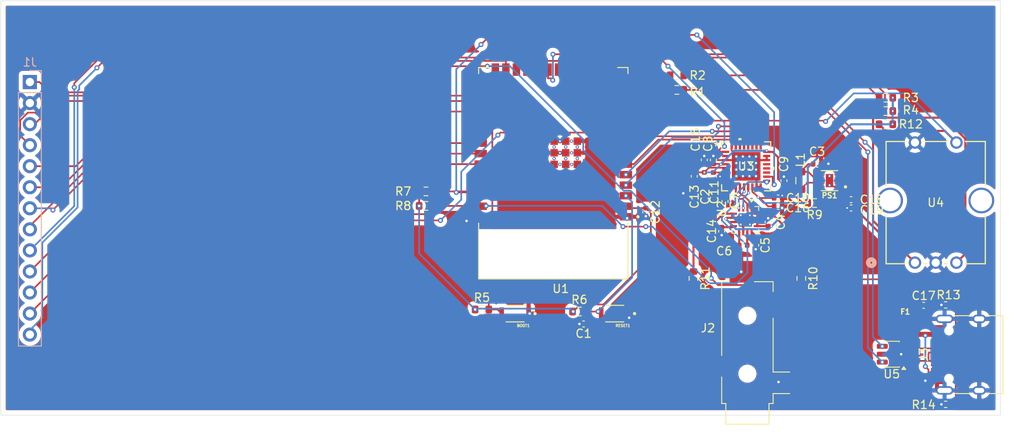
<source format=kicad_pcb>
(kicad_pcb (version 20241229) (generator "pcbnew") (generator_version "9.0")
  (layers (0 "F.Cu" signal) (2 "B.Cu" signal) (13 "F.Paste" user) (15 "B.Paste" user) (5 "F.SilkS" user "F.Silkscreen") (7 "B.SilkS" user "B.Silkscreen") (1 "F.Mask" user) (3 "B.Mask" user) (25 "Edge.Cuts" user))
  (net 0 "")
  (net 1 "DGND")
  (net 2 "5v")
  (net 3 "3.3v")
  (net 4 "Net-(U1-EN)")
  (net 5 "Net-(J3-CC2)")
  (net 7 "/RAW_D-")
  (net 9 "/RAW_D+")
  (net 10 "Net-(J3-CC1)")
  (net 11 "Net-(PS1-SW)")
  (net 12 "Net-(PS1-PG)")
  (net 13 "Net-(U1-IO0)")
  (net 14 "Net-(U1-IO19)")
  (net 15 "USB_D-")
  (net 16 "Net-(U1-IO20)")
  (net 17 "USB_D+")
  (net 18 "SDA")
  (net 19 "SCL")
  (net 20 "OUTR")
  (net 21 "OUTL")
  (net 22 "ENC_A")
  (net 23 "ENC_B")
  (net 24 "ENC_SWITCH")
  (net 25 "OUTRN")
  (net 26 "XSMT")
  (net 27 "OUTLN")
  (net 28 "OUTLP")
  (net 29 "OUTRP")
  (net 30 "SCREEN_MISO")
  (net 31 "TOUCH_INT")
  (net 32 "I2S_BCLK")
  (net 33 "SCREEN_DC")
  (net 37 "SCREEN_MOSI")
  (net 42 "I2S_LRCLK")
  (net 46 "SCREEN_RES")
  (net 48 "SCREEN_CS")
  (net 49 "I2S_MCLK")
  (net 52 "SCREEN_BL")
  (net 53 "SCREEN_SCLK")
  (net 55 "SD_CS")
  (net 56 "I2S_DOUT")
  (net 64 "Net-(U4-OUTL)")
  (net 65 "Net-(U4-OUTR)")
  (net 66 "Net-(U4-HPVDD)")
  (net 67 "Net-(U4-CPN)")
  (net 68 "Net-(U4-CPP)")
  (net 69 "Net-(U2-VNEG)")
  (net 70 "Net-(U4-HPVSS)")
  (net 71 "Net-(U2-CAPM)")
  (net 72 "Net-(U2-CAPP)")
  (net 73 "Net-(C5-Pad1)")
  (footprint "Resistor_SMD:R_0402_1005Metric" (layer "F.Cu") (at 151.9 174.2)
    (property "Reference" "R14")
    (property "Value" "5.1k")
  )
  (footprint "EVP_AWED4A:SW_EVP-AWED4A" (layer "F.Cu") (at 112 163.25 180)
    (property "Reference" "RESET1")
    (property "Value" "RESET" (hide yes))
  )
  (footprint "Capacitor_SMD:C_0402_1005Metric" (layer "F.Cu") (at 131.7 150.3)
    (property "Reference" "C16")
    (property "Value" "0.1uF")
  )
  (footprint "Capacitor_SMD:C_0402_1005Metric" (layer "F.Cu") (at 136.4 145.2)
    (property "Reference" "C3")
    (property "Value" "22uF")
  )
  (footprint "Resistor_SMD:R_0603_1608Metric" (layer "F.Cu") (at 144.7 137.19 180)
    (property "Reference" "R3")
    (property "Value" "10k")
  )
  (footprint "Capacitor_SMD:C_0402_1005Metric" (layer "F.Cu") (at 130.5 152.2 90)
    (property "Reference" "C4")
    (property "Value" "2.2uF")
  )
  (footprint "Capacitor_SMD:C_0402_1005Metric" (layer "F.Cu") (at 129 155 -90)
    (property "Reference" "C5")
    (property "Value" "2.2uF")
  )
  (footprint "Capacitor_SMD:C_0402_1005Metric" (layer "F.Cu") (at 122.81 146.68 -90)
    (property "Reference" "C2")
    (property "Value" "0.1uF")
  )
  (footprint "Capacitor_SMD:C_0402_1005Metric" (layer "F.Cu") (at 127.5 155 180)
    (property "Reference" "C6")
    (property "Value" "1uF")
  )
  (footprint "Capacitor_SMD:C_0402_1005Metric" (layer "F.Cu") (at 125.3 149.7 -90)
    (property "Reference" "C7")
    (property "Value" "2.2uF")
  )
  (footprint "EC11E:EC11E18244A5_ALPS" (layer "F.Cu") (at 148.2 157.1)
    (property "Reference" "U4")
    (property "Value" "EC11E18244A5")
  )
  (footprint "Capacitor_SMD:C_0402_1005Metric" (layer "F.Cu") (at 140.5 150.5 180)
    (property "Reference" "C19")
    (property "Value" "0.1uF")
  )
  (footprint "Capacitor_SMD:C_0402_1005Metric" (layer "F.Cu") (at 123.9 144.7 90)
    (property "Reference" "C8")
    (property "Value" "2.2uF")
  )
  (footprint "Resistor_SMD:R_0603_1608Metric" (layer "F.Cu") (at 144.7 138.8 180)
    (property "Reference" "R4")
    (property "Value" "10k")
  )
  (footprint "Resistor_SMD:R_0603_1608Metric" (layer "F.Cu") (at 136.1 149.9 180)
    (property "Reference" "R9")
    (property "Value" "100k")
  )
  (footprint "Capacitor_SMD:C_0402_1005Metric" (layer "F.Cu") (at 131.7 149.3)
    (property "Reference" "C10")
    (property "Value" "1uF")
  )
  (footprint "Connector_USB:USB_C_Receptacle_HRO_TYPE-C-31-M-12" (layer "F.Cu") (at 154.9 168.2 90)
    (property "Reference" "J3")
    (property "Value" "USB_C_Receptacle_USB2.0_16P")
  )
  (footprint "Package_TO_SOT_SMD:SOT-23-6" (layer "F.Cu") (at 145.4 168.15 180)
    (property "Reference" "U5")
    (property "Value" "USBLC6-2SC6")
  )
  (footprint "Capacitor_SMD:C_0402_1005Metric" (layer "F.Cu") (at 108.25 164.5 180)
    (property "Reference" "C1")
    (property "Value" "0.1uF")
  )
  (footprint "TPS62162DSGR:SON50P200X200X80-9N" (layer "F.Cu") (at 137.9 147.2 180)
    (property "Reference" "PS1")
    (property "Value" "TPS62162DSGR")
  )
  (footprint "Capacitor_SMD:C_0402_1005Metric" (layer "F.Cu") (at 132.4 147.2 90)
    (property "Reference" "C9")
    (property "Value" "0.1uF")
  )
  (footprint "Inductor_SMD:L_0805_2012Metric" (layer "F.Cu") (at 134.4 147.2 -90)
    (property "Reference" "L1")
    (property "Value" "2.2uH")
  )
  (footprint "Package_DFN_QFN:WQFN-16-1EP_3x3mm_P0.5mm_EP1.6x1.6mm_ThermalVias" (layer "F.Cu") (at 127.75 151.9375 -90)
    (property "Reference" "U2")
    (property "Value" "TPA6132A2RTER")
  )
  (footprint "Resistor_SMD:R_0603_1608Metric" (layer "F.Cu") (at 134.5 159 -90)
    (property "Reference" "R10")
    (property "Value" "10ohm")
  )
  (footprint "Capacitor_SMD:C_0402_1005Metric" (layer "F.Cu") (at 123.9 146.7 90)
    (property "Reference" "C11")
    (property "Value" "1uF")
  )
  (footprint "Connector_Audio:Jack_3.5mm_CUI_SJ-3524-SMT_Horizontal" (layer "F.Cu") (at 128 168 180)
    (property "Reference" "J2")
    (property "Value" "AudioJack3_Ground")
  )
  (footprint "Resistor_SMD:R_0603_1608Metric" (layer "F.Cu") (at 119.5 136.25)
    (property "Reference" "R1")
    (property "Value" "27ohm")
  )
  (footprint "Resistor_SMD:R_0603_1608Metric" (layer "F.Cu") (at 96 162.75)
    (property "Reference" "R5")
    (property "Value" "10k")
  )
  (footprint "Resistor_SMD:R_0603_1608Metric" (layer "F.Cu") (at 144.7 140.4 180)
    (property "Reference" "R12")
    (property "Value" "10k")
  )
  (footprint "EVP_AWED4A:SW_EVP-AWED4A" (layer "F.Cu") (at 100 163.25 180)
    (property "Reference" "BOOT1")
    (property "Value" "BOOT" (hide yes))
  )
  (footprint "Capacitor_SMD:C_0402_1005Metric" (layer "F.Cu") (at 115.75 151 -90)
    (property "Reference" "C12")
    (property "Value" "10uF")
  )
  (footprint "Capacitor_SMD:C_0402_1005Metric" (layer "F.Cu") (at 121.59 146.68 -90)
    (property "Reference" "C13")
    (property "Value" "2.2uF")
  )
  (footprint "Capacitor_SMD:C_0402_1005Metric" (layer "F.Cu") (at 124.9 153.3 90)
    (property "Reference" "C14")
    (property "Value" "1.1uF")
  )
  (footprint "Resistor_SMD:R_0603_1608Metric" (layer "F.Cu") (at 89.25 148.5 180)
    (property "Reference" "R7")
    (property "Value" "4.7k")
  )
  (footprint "Resistor_SMD:R_0402_1005Metric" (layer "F.Cu") (at 151.9 162.2)
    (property "Reference" "R13")
    (property "Value" "5.1k")
  )
  (footprint "Capacitor_SMD:C_0402_1005Metric" (layer "F.Cu") (at 149.25 162.25)
    (property "Reference" "C17")
    (property "Value" "0.1uF")
  )
  (footprint "Capacitor_SMD:C_0402_1005Metric" (layer "F.Cu") (at 140.5 149.5 180)
    (property "Reference" "C18")
    (property "Value" "10uF")
  )
  (footprint "PCM5242RHBR:RHB32_3P45X3P45_TEX" (layer "F.Cu") (at 127.8496 145.475)
    (property "Reference" "U3")
    (property "Value" "PCM5242RHBR")
  )
  (footprint "Resistor_SMD:R_0603_1608Metric" (layer "F.Cu") (at 107.75 163)
    (property "Reference" "R6")
    (property "Value" "10k")
  )
  (footprint "Capacitor_SMD:C_0402_1005Metric" (layer "F.Cu") (at 122.8 144.7 90)
    (property "Reference" "C15")
    (property "Value" "0.1uF")
  )
  (footprint "0603L100SLYR:FUSC1608X100N" (layer "F.Cu") (at 146.9 164.7)
    (property "Reference" "F1")
    (property "Value" "0603L100SLYR")
  )
  (footprint "ESP32_S3_WROOM_1_N4:XCVR_ESP32-S3-WROOM-1-N4" (layer "F.Cu") (at 104.6 146.3 180)
    (property "Reference" "U1")
    (property "Value" "ESP32-S3-WROOM-1-N4")
  )
  (footprint "Resistor_SMD:R_0603_1608Metric" (layer "F.Cu") (at 119.5 134.5)
    (property "Reference" "R2")
    (property "Value" "27ohm")
  )
  (footprint "Resistor_SMD:R_0603_1608Metric" (layer "F.Cu") (at 121.5 159 -90)
    (property "Reference" "R11")
    (property "Value" "10ohm")
  )
  (footprint "Resistor_SMD:R_0603_1608Metric" (layer "F.Cu") (at 89.25 150.25 180)
    (property "Reference" "R8")
    (property "Value" "4.7k")
  )
  (footprint "Connector_PinHeader_2.54mm:PinHeader_1x13_P2.54mm_Vertical" (layer "B.Cu") (at 41.5 135.3 180)
    (property "Reference" "J1")
    (property "Value" "DFR0669")
  )
  (gr_rect (start 38 125.5) (end 158.5 175.5) (stroke (width 0.05)) (fill no) (layer "Edge.Cuts"))
  (segment (start 126.313 152.188) (end 126.3125 152.1875) (width 0.2) (layer "F.Cu") (net 1))
  (segment (start 138.885 147.95) (end 138.46 147.95) (width 0.2) (layer "F.Cu") (net 1))
  (segment (start 127.5 153.375) (end 127.5 152.788) (width 0.25) (layer "F.Cu") (net 1))
  (segment (start 126.5936 152.188) (end 126.9 152.188) (width 0.25) (layer "F.Cu") (net 1))
  (segment (start 149.73 162.25) (end 151.34 162.25) (width 0.2) (layer "F.Cu") (net 1))
  (segment (start 126.099 143.565) (end 126.338 143.804) (width 0.2) (layer "F.Cu") (net 1))
  (segment (start 115.75 151.48) (end 115.75 151.5) (width 0.2) (layer "F.Cu") (net 1))
  (segment (start 127.5 152.788) (end 127.1998 152.4877) (width 0.25) (layer "F.Cu") (net 1))
  (segment (start 129.495 144.725) (end 129.457 144.688) (width 0.25) (layer "F.Cu") (net 1))
  (segment (start 140.02 149.5) (end 140.02 150.5) (width 0.2) (layer "F.Cu") (net 1))
  (segment (start 132.18 149.02) (end 132.2 149) (width 0.2) (layer "F.Cu") (net 1))
  (segment (start 126.9745 144.6) (end 126.2583 143.8838) (width 0.2) (layer "F.Cu") (net 1))
  (segment (start 113.625 163.25) (end 113.625 163.625) (width 0.2) (layer "F.Cu") (net 1))
  (segment (start 128.4746 146.1) (end 128.2433 145.8687) (width 0.2) (layer "F.Cu") (net 1))
  (segment (start 129.1 146.725) (end 128.475 146.1) (width 0.25) (layer "F.Cu") (net 1))
  (segment (start 126.5936 152.188) (end 126.313 152.188) (width 0.2) (layer "F.Cu") (net 1))
  (segment (start 128.475 146.1) (end 128.4746 146.1) (width 0.2) (layer "F.Cu") (net 1))
  (segment (start 126.099 143.2425) (end 126.0992 143.2423) (width 0.2) (layer "F.Cu") (net 1))
  (segment (start 125.375 144.725) (end 126.4998 144.725) (width 0.25) (layer "F.Cu") (net 1))
  (segment (start 130.5 151.72) (end 130.5 151.739) (width 0.2) (layer "F.Cu") (net 1))
  (segment (start 129.188 151.688) (end 130.468 151.688) (width 0.25) (layer "F.Cu") (net 1))
  (segment (start 128.3 151.3875) (end 128.6 151.6875) (width 0.2) (layer "F.Cu") (net 1))
  (segment (start 140.02 149.085) (end 140.02 149.5) (width 0.2) (layer "F.Cu") (net 1))
  (segment (start 127.1 144.725) (end 127.85 145.475) (width 0.25) (layer "F.Cu") (net 1))
  (segment (start 104.7 142.44) (end 106.1 142.44) (width 0.2) (layer "F.Cu") (net 1))
  (segment (start 113.35 151.56) (end 113.35 151.6) (width 0.2) (layer "F.Cu") (net 1))
  (segment (start 122.81 147.16) (end 121.59 147.16) (width 0.2) (layer "F.Cu") (net 1))
  (segment (start 120.2748 148.7283) (end 121.59 147.4131) (width 0.2) (layer "F.Cu") (net 1))
  (segment (start 137.635 145.2) (end 138.885 146.45) (width 0.2) (layer "F.Cu") (net 1))
  (segment (start 126.2583 143.8838) (end 126.2583 143.8837) (width 0.2) (layer "F.Cu") (net 1))
  (segment (start 128.2433 145.8687) (end 127.8496 145.475) (width 0.2) (layer "F.Cu") (net 1))
  (segment (start 136.88 145.2) (end 136.88 146.415) (width 0.2) (layer "F.Cu") (net 1))
  (segment (start 129.0999 147.3376) (end 129.0999 147.95) (width 0.2) (layer "F.Cu") (net 1))
  (segment (start 138.46 147.95) (end 138.401 147.891) (width 0.2) (layer "F.Cu") (net 1))
  (segment (start 129.1 147.95) (end 129.1 147.3375) (width 0.25) (layer "F.Cu") (net 1))
  (segment (start 138.885 147.95) (end 140.02 149.085) (width 0.2) (layer "F.Cu") (net 1))
  (segment (start 126.099 143.2425) (end 126.099 143.565) (width 0.2) (layer "F.Cu") (net 1))
  (segment (start 129.6 147.95) (end 129.1 147.95) (width 0.25) (layer "F.Cu") (net 1))
  (segment (start 127.2 152.4875) (end 127.1998 152.4877) (width 0.2) (layer "F.Cu") (net 1))
  (segment (start 128.6 144.725) (end 127.85 145.475) (width 0.25) (layer "F.Cu") (net 1))
  (segment (start 129.495 144.725) (end 128.6 144.725) (width 0.25) (layer "F.Cu") (net 1))
  (segment (start 137.6713 145.1637) (end 137.635 145.2) (width 0.2) (layer "F.Cu") (net 1))
  (segment (start 95.85 151.56) (end 94.7983 151.56) (width 0.2) (layer "F.Cu") (net 1))
  (segment (start 136.88 146.415) (end 136.915 146.45) (width 0.2) (layer "F.Cu") (net 1))
  (segment (start 107.77 164.5) (end 107.75 164.5) (width 0.2) (layer "F.Cu") (net 1))
  (segment (start 129.1 147.3375) (end 129.0999 147.3376) (width 0.2) (layer "F.Cu") (net 1))
  (segment (start 125.3 150.18) (end 125.3 150.2) (width 0.2) (layer "F.Cu") (net 1))
  (segment (start 149.453 171.3442) (end 149.7225 171.3442) (width 0.2) (layer "F.Cu") (net 1))
  (segment (start 130.3246 144.725) (end 129.495 144.725) (width 0.25) (layer "F.Cu") (net 1))
  (segment (start 94.2976 152.0607) (end 94.7983 151.56) (width 0.2) (layer "F.Cu") (net 1))
  (segment (start 137.7663 145.1637) (end 137.6713 145.1637) (width 0.2) (layer "F.Cu") (net 1))
  (segment (start 128.475 146.1) (end 127.85 145.475) (width 0.25) (layer "F.Cu") (net 1))
  (segment (start 127.4995 152.188) (end 127.75 151.9375) (width 0.2) (layer "F.Cu") (net 1))
  (segment (start 94.1425 152.0607) (end 94.2976 152.0607) (width 0.2) (layer "F.Cu") (net 1))
  (segment (start 123.9 144.22) (end 124.405 144.725) (width 0.2) (layer "F.Cu") (net 1))
  (segment (start 132.18 149.3) (end 132.18 149.02) (width 0.2) (layer "F.Cu") (net 1))
  (segment (start 101.625 163.25) (end 101.75 163.25) (width 0.2) (layer "F.Cu") (net 1))
  (segment (start 126.312 152.188) (end 126.5936 152.188) (width 0.25) (layer "F.Cu") (net 1))
  (segment (start 128.6 151.6875) (end 129.1875 151.6875) (width 0.2) (layer "F.Cu") (net 1))
  (segment (start 125.3746 144.725) (end 125.375 144.725) (width 0.2) (layer "F.Cu") (net 1))
  (segment (start 127.1998 152.4877) (end 126.9 152.188) (width 0.25) (layer "F.Cu") (net 1))
  (segment (start 126.0992 143.2423) (end 126.0992 143) (width 0.2) (layer "F.Cu") (net 1))
  (segment (start 130.3246 144.4746) (end 130.3246 144.225) (width 0.2) (layer "F.Cu") (net 1))
  (segment (start 126.9 152.188) (end 127.4995 152.188) (width 0.2) (layer "F.Cu") (net 1))
  (segment (start 126.099 143) (end 126.133 143.034) (width 0.25) (layer "F.Cu") (net 1))
  (segment (start 130.325 144.475) (end 130.325 144.225) (width 0.25) (layer "F.Cu") (net 1))
  (segment (start 126.9745 144.6) (end 127.85 145.475) (width 0.2) (layer "F.Cu") (net 1))
  (segment (start 136.88 145.2) (end 137.635 145.2) (width 0.2) (layer "F.Cu") (net 1))
  (segment (start 130.468 151.688) (end 130.5 151.72) (width 0.25) (layer "F.Cu") (net 1))
  (segment (start 132.18 150.3) (end 132.18 149.3) (width 0.2) (layer "F.Cu") (net 1))
  (segment (start 126.099 143) (end 126.099 143.2425) (width 0.2) (layer "F.Cu") (net 1))
  (segment (start 131.7 171.6) (end 131.7 171.55) (width 0.2) (layer "F.Cu") (net 1))
  (segment (start 130.325 144.475) (end 130.325 144.725) (width 0.25) (layer "F.Cu") (net 1))
  (segment (start 126.4998 144.725) (end 127.1 144.725) (width 0.25) (layer "F.Cu") (net 1))
  (segment (start 131.7 171.55) (end 131.75 171.5) (width 0.2) (layer "F.Cu") (net 1))
  (segment (start 130.325 144.725) (end 130.3246 144.725) (width 0.25) (layer "F.Cu") (net 1))
  (segment (start 124.725 146.725) (end 124.7 146.7) (width 0.2) (layer "F.Cu") (net 1))
  (segment (start 129.188 151.688) (end 129.1875 151.6875) (width 0.2) (layer "F.Cu") (net 1))
  (segment (start 126.2583 143.8837) (end 126.258 143.884) (width 0.25) (layer "F.Cu") (net 1))
  (segment (start 113.35 151.6) (end 113.5 151.75) (width 0.2) (layer "F.Cu") (net 1))
  (segment (start 113.625 163.625) (end 113.75 163.75) (width 0.2) (layer "F.Cu") (net 1))
  (segment (start 126.338 143.804) (end 126.2583 143.8837) (width 0.25) (layer "F.Cu") (net 1))
  (segment (start 149.7225 171.3442) (end 149.8283 171.45) (width 0.2) (layer "F.Cu") (net 1))
  (segment (start 125.3746 146.725) (end 124.725 146.725) (width 0.2) (layer "F.Cu") (net 1))
  (segment (start 124.405 144.725) (end 125.3746 144.725) (width 0.2) (layer "F.Cu") (net 1))
  (segment (start 130.325 144.475) (end 130.3246 144.4746) (width 0.2) (layer "F.Cu") (net 1))
  (segment (start 104.7 143.84) (end 106.1 143.84) (width 0.2) (layer "F.Cu") (net 1))
  (segment (start 150.855 171.45) (end 149.8283 171.45) (width 0.2) (layer "F.Cu") (net 1))
  (segment (start 126.338 143.804) (end 126.338 143.9635) (width 0.2) (layer "F.Cu") (net 1))
  (segment (start 151.34 162.25) (end 151.39 162.2) (width 0.2) (layer "F.Cu") (net 1))
  (segment (start 146.538 168.15) (end 146.5375 168.15) (width 0.2) (layer "F.Cu") (net 1))
  (segment (start 121.59 147.4131) (end 121.59 147.16) (width 0.2) (layer "F.Cu") (net 1))
  (segment (start 126.338 143.9635) (end 126.9745 144.6) (width 0.2) (layer "F.Cu") (net 1))
  (segment (start 129.1 147.3375) (end 129.1 146.725) (width 0.25) (layer "F.Cu") (net 1))
  (via (at 132.2 149) (size 0.35) (drill 0.2) (layers "F.Cu" "B.Cu") (net 1))
  (via (at 101.75 163.25) (size 0.6) (drill 0.3) (layers "F.Cu" "B.Cu") (net 1))
  (via (at 151.39 162.2) (size 0.6) (drill 0.3) (layers "F.Cu" "B.Cu") (net 1))
  (via (at 140.02 150.5) (size 0.35) (drill 0.2) (layers "F.Cu" "B.Cu") (net 1))
  (via (at 132.18 150.5) (size 0.6) (drill 0.3) (layers "F.Cu" "B.Cu") (net 1))
  (via (at 125.3 150.2) (size 0.35) (drill 0.2) (layers "F.Cu" "B.Cu") (net 1))
  (via (at 124.9 153.78) (size 0.6) (drill 0.3) (layers "F.Cu" "B.Cu") (net 1))
  (via (at 137.7663 145.1637) (size 0.6) (drill 0.3) (layers "F.Cu" "B.Cu") (net 1))
  (via (at 123.9 144.22) (size 0.6) (drill 0.3) (layers "F.Cu" "B.Cu") (net 1))
  (via (at 129 155.48) (size 0.6) (drill 0.3) (layers "F.Cu" "B.Cu") (net 1))
  (via (at 113.75 163.75) (size 0.6) (drill 0.3) (layers "F.Cu" "B.Cu") (net 1))
  (via (at 130.5 151.739) (size 0.6) (drill 0.3) (layers "F.Cu" "B.Cu") (net 1))
  (via (at 127.25 158.2) (size 0.6) (drill 0.3) (layers "F.Cu" "B.Cu") (net 1))
  (via (at 113.5 151.75) (size 0.6) (drill 0.3) (layers "F.Cu" "B.Cu") (net 1))
  (via (at 131.75 171.5) (size 0.6) (drill 0.3) (layers "F.Cu" "B.Cu") (net 1))
  (via (at 146.538 168.15) (size 0.6) (drill 0.3) (layers "F.Cu" "B.Cu") (net 1))
  (via (at 107.75 164.5) (size 0.6) (drill 0.3) (layers "F.Cu" "B.Cu") (net 1))
  (via (at 94.1425 152.0607) (size 0.6) (drill 0.3) (layers "F.Cu" "B.Cu") (net 1))
  (via (at 149.453 171.3442) (size 0.6) (drill 0.3) (layers "F.Cu" "B.Cu") (net 1))
  (via (at 120.2748 148.7283) (size 0.6) (drill 0.3) (layers "F.Cu" "B.Cu") (net 1))
  (via (at 151.39 174.2) (size 0.6) (drill 0.3) (layers "F.Cu" "B.Cu") (net 1))
  (via (at 122.8 144.22) (size 0.6) (drill 0.3) (layers "F.Cu" "B.Cu") (net 1))
  (via (at 132.4 146.72) (size 0.6) (drill 0.3) (layers "F.Cu" "B.Cu") (net 1))
  (via (at 115.75 151.5) (size 0.6) (drill 0.3) (layers "F.Cu" "B.Cu") (net 1))
  (via (at 124.7 146.7) (size 0.35) (drill 0.2) (layers "F.Cu" "B.Cu") (net 1))
  (segment (start 130.5 151.739) (end 130.941 151.739) (width 0.2) (layer "B.Cu") (net 1))
  (segment (start 130.941 151.739) (end 132.18 150.5) (width 0.2) (layer "B.Cu") (net 1))
  (segment (start 146.115 155.715) (end 146.115 160.2075) (width 0.25) (layer "F.Cu") (net 2))
  (segment (start 48.2076 136.5424) (end 51.3581 133.3919) (width 0.2) (layer "F.Cu") (net 2))
  (segment (start 130.0899 159.8017) (end 124.4518 159.8017) (width 0.2) (layer "F.Cu") (net 2))
  (segment (start 140.98 149.119) (end 140.98 149.5) (width 0.2) (layer "F.Cu") (net 2))
  (segment (start 144.925 168.15) (end 144.2625 168.15) (width 0.25) (layer "F.Cu") (net 2))
  (segment (start 145.0188 159.1113) (end 130.7803 159.1113) (width 0.2) (layer "F.Cu") (net 2))
  (segment (start 138.885 146.95) (end 138.885 147.45) (width 0.2) (layer "F.Cu") (net 2))
  (segment (start 51.3581 133.3919) (end 96.6502 133.3919) (width 0.2) (layer "F.Cu") (net 2))
  (segment (start 140.98 150.58) (end 146.115 155.715) (width 0.25) (layer "F.Cu") (net 2))
  (segment (start 41.5 135.3) (end 42.6517 135.3) (width 0.2) (layer "F.Cu") (net 2))
  (segment (start 145.549 167.526) (end 144.925 168.15) (width 0.25) (layer "F.Cu") (net 2))
  (segment (start 124.4518 159.8017) (end 123.633 158.9829) (width 0.2) (layer "F.Cu") (net 2))
  (segment (start 145.549 165.266) (end 145.549 167.526) (width 0.25) (layer "F.Cu") (net 2))
  (segment (start 140.98 149.5) (end 140.98 150.5) (width 0.2) (layer "F.Cu") (net 2))
  (segment (start 140.98 150.5) (end 140.98 150.58) (width 0.25) (layer "F.Cu") (net 2))
  (segment (start 146.115 160.2075) (end 146.115 164.7) (width 0.25) (layer "F.Cu") (net 2))
  (segment (start 130.7803 159.1113) (end 130.0899 159.8017) (width 0.2) (layer "F.Cu") (net 2))
  (segment (start 42.6517 135.3) (end 43.8941 136.5424) (width 0.2) (layer "F.Cu") (net 2))
  (segment (start 146.115 164.7) (end 145.549 165.266) (width 0.25) (layer "F.Cu") (net 2))
  (segment (start 146.115 160.2075) (end 145.0188 159.1113) (width 0.2) (layer "F.Cu") (net 2))
  (segment (start 43.8941 136.5424) (end 48.2076 136.5424) (width 0.2) (layer "F.Cu") (net 2))
  (segment (start 139.311 147.45) (end 140.98 149.119) (width 0.2) (layer "F.Cu") (net 2))
  (segment (start 138.885 147.45) (end 139.311 147.45) (width 0.2) (layer "F.Cu") (net 2))
  (via (at 96.6502 133.3919) (size 0.6) (drill 0.3) (layers "F.Cu" "B.Cu") (net 2))
  (via (at 123.633 158.9829) (size 0.6) (drill 0.3) (layers "F.Cu" "B.Cu") (net 2))
  (segment (start 123.633 158.9829) (end 123.633 158.133) (width 0.2) (layer "B.Cu") (net 2))
  (segment (start 113.0918 148.4183) (end 108.2129 143.5394) (width 0.2) (layer "B.Cu") (net 2))
  (segment (start 99.3821 133.3919) (end 96.6502 133.3919) (width 0.2) (layer "B.Cu") (net 2))
  (segment (start 108.2129 142.2227) (end 99.3821 133.3919) (width 0.2) (layer "B.Cu") (net 2))
  (segment (start 123.633 158.133) (end 113.9183 148.4183) (width 0.2) (layer "B.Cu") (net 2))
  (segment (start 108.2129 143.5394) (end 108.2129 142.2227) (width 0.2) (layer "B.Cu") (net 2))
  (segment (start 113.9183 148.4183) (end 113.0918 148.4183) (width 0.2) (layer "B.Cu") (net 2))
  (segment (start 116.361 151.131) (end 115.75 150.52) (width 0.2) (layer "F.Cu") (net 3))
  (segment (start 124.755 145.18) (end 124.8 145.225) (width 0.2) (layer "F.Cu") (net 3))
  (segment (start 131.22 150.3) (end 130.5 150.3) (width 0.2) (layer "F.Cu") (net 3))
  (segment (start 135.338 145.2) (end 134.4 146.138) (width 0.2) (layer "F.Cu") (net 3))
  (segment (start 107.851 162.149) (end 110.644 162.149) (width 0.2) (layer "F.Cu") (net 3))
  (segment (start 129.1875 152.3125) (end 129.1875 152.1875) (width 0.2) (layer "F.Cu") (net 3))
  (segment (start 129.5 149.3) (end 129.4 149.3) (width 0.2) (layer "F.Cu") (net 3))
  (segment (start 129.4 149.3) (end 129.3 149.2) (width 0.2) (layer "F.Cu") (net 3))
  (segment (start 122.81 146.2) (end 123.371 145.639) (width 0.2) (layer "F.Cu") (net 3))
  (segment (start 125.332 145.682) (end 125.3746 145.7246) (width 0.2) (layer "F.Cu") (net 3))
  (segment (start 122.81 146.2) (end 121.59 146.2) (width 0.2) (layer "F.Cu") (net 3))
  (segment (start 128.85 148.75) (end 128.808 148.75) (width 0.2) (layer "F.Cu") (net 3))
  (segment (start 130.492 152.688) (end 130.5 152.68) (width 0.25) (layer "F.Cu") (net 3))
  (segment (start 134.4 146.138) (end 132.858 147.68) (width 0.25) (layer "F.Cu") (net 3))
  (segment (start 125.332 145.682) (end 125.375 145.725) (width 0.2) (layer "F.Cu") (net 3))
  (segment (start 129.188 152.438) (end 129.1875 152.4385) (width 0.2) (layer "F.Cu") (net 3))
  (segment (start 135.338 146.138) (end 134.4 146.138) (width 0.2) (layer "F.Cu") (net 3))
  (segment (start 135.92 145.2) (end 135.338 145.2) (width 0.2) (layer "F.Cu") (net 3))
  (segment (start 128.6 148.2455) (end 128.6 147.95) (width 0.2) (layer "F.Cu") (net 3))
  (segment (start 123.371 145.639) (end 125.289 145.639) (width 0.2) (layer "F.Cu") (net 3))
  (segment (start 116.659 151.131) (end 121.59 146.2) (width 0.2) (layer "F.Cu") (net 3))
  (segment (start 125.3746 145.7246) (end 125.3746 145.725) (width 0.2) (layer "F.Cu") (net 3))
  (segment (start 131.22 149.3) (end 129.5 149.3) (width 0.2) (layer "F.Cu") (net 3))
  (segment (start 132.4 147.68) (end 132.387 147.68) (width 0.25) (layer "F.Cu") (net 3))
  (segment (start 128.808 148.75) (end 128.6 148.541) (width 0.2) (layer "F.Cu") (net 3))
  (segment (start 130.465 143.725) (end 130.325 143.585) (width 0.2) (layer "F.Cu") (net 3))
  (segment (start 130.6835 143.725) (end 130.325 143.725) (width 0.25) (layer "F.Cu") (net 3))
  (segment (start 126.312 151.688) (end 125.525 151.688) (width 0.25) (layer "F.Cu") (net 3))
  (segment (start 145.525 140.4) (end 145.5 140.4) (width 0.25) (layer "F.Cu") (net 3))
  (segment (start 130.88 152.68) (end 130.9 152.7) (width 0.25) (layer "F.Cu") (net 3))
  (segment (start 128.6 148.2455) (end 128.5998 148.2453) (width 0.2) (layer "F.Cu") (net 3))
  (segment (start 129.188 152.313) (end 129.1875 152.3125) (width 0.2) (layer "F.Cu") (net 3))
  (segment (start 132.387 147.68) (end 131.7 146.993) (width 0.25) (layer "F.Cu") (net 3))
  (segment (start 88.425 150.25) (end 88.425 148.5) (width 0.2) (layer "F.Cu") (net 3))
  (segment (start 128.5998 148.2453) (end 128.5998 147.95) (width 0.2) (layer "F.Cu") (net 3))
  (segment (start 129.188 152.438) (end 129.188 152.688) (width 0.25) (layer "F.Cu") (net 3))
  (segment (start 129.188 152.313) (end 129.188 152.438) (width 0.25) (layer "F.Cu") (net 3))
  (segment (start 110.644 162.149) (end 116.361 156.432) (width 0.2) (layer "F.Cu") (net 3))
  (segment (start 125.525 151.688) (end 125.4 151.812) (width 0.25) (layer "F.Cu") (net 3))
  (segment (start 130.5 152.68) (end 130.88 152.68) (width 0.25) (layer "F.Cu") (net 3))
  (segment (start 116.361 156.432) (end 116.361 151.131) (width 0.2) (layer "F.Cu") (net 3))
  (segment (start 131.7 144.383) (end 131.042 143.725) (width 0.25) (layer "F.Cu") (net 3))
  (segment (start 122.8 145.18) (end 123.9 145.18) (width 0.2) (layer "F.Cu") (net 3))
  (segment (start 123.9 145.18) (end 124.755 145.18) (width 0.2) (layer "F.Cu") (net 3))
  (segment (start 125.289 145.639) (end 125.332 145.682) (width 0.2) (layer "F.Cu") (net 3))
  (segment (start 124.8 145.225) (end 125.3746 145.225) (width 0.25) (layer "F.Cu") (net 3))
  (segment (start 126.3125 151.6875) (end 126.312 151.688) (width 0.2) (layer "F.Cu") (net 3))
  (segment (start 132.4 147.68) (end 134.62 149.9) (width 0.25) (layer "F.Cu") (net 3))
  (segment (start 132.858 147.68) (end 132.4 147.68) (width 0.25) (layer "F.Cu") (net 3))
  (segment (start 136.15 146.95) (end 135.338 146.138) (width 0.2) (layer "F.Cu") (net 3))
  (segment (start 115.75 150.52) (end 113.58 150.52) (width 0.2) (layer "F.Cu") (net 3))
  (segment (start 129.188 152.688) (end 130.492 152.688) (width 0.25) (layer "F.Cu") (net 3))
  (segment (start 134.4 146.1375) (end 134.4 146.138) (width 0.2) (layer "F.Cu") (net 3))
  (segment (start 106.925 163) (end 107 163) (width 0.2) (layer "F.Cu") (net 3))
  (segment (start 130.3246 143.725) (end 130.325 143.725) (width 0.2) (layer "F.Cu") (net 3))
  (segment (start 113.58 150.52) (end 113.35 150.29) (width 0.2) (layer "F.Cu") (net 3))
  (segment (start 130.5 150.3) (end 129.5 149.3) (width 0.2) (layer "F.Cu") (net 3))
  (segment (start 136.915 146.95) (end 136.15 146.95) (width 0.2) (layer "F.Cu") (net 3))
  (segment (start 129.1875 152.4385) (end 129.1875 152.6875) (width 0.2) (layer "F.Cu") (net 3))
  (segment (start 134.62 149.9) (end 135.275 149.9) (width 0.25) (layer "F.Cu") (net 3))
  (segment (start 116.361 151.131) (end 116.659 151.131) (width 0.2) (layer "F.Cu") (net 3))
  (segment (start 131.7 146.993) (end 131.7 144.383) (width 0.25) (layer "F.Cu") (net 3))
  (segment (start 131.042 143.725) (end 130.6835 143.725) (width 0.25) (layer "F.Cu") (net 3))
  (segment (start 129.188 152.188) (end 129.188 152.313) (width 0.25) (layer "F.Cu") (net 3))
  (segment (start 129.3 149.2) (end 128.85 148.75) (width 0.2) (layer "F.Cu") (net 3))
  (segment (start 130.6835 143.725) (end 130.465 143.725) (width 0.2) (layer "F.Cu") (net 3))
  (segment (start 107 163) (end 107.851 162.149) (width 0.2) (layer "F.Cu") (net 3))
  (segment (start 128.6 148.541) (end 128.6 148.2455) (width 0.2) (layer "F.Cu") (net 3))
  (via (at 135.275 149.9) (size 0.35) (drill 0.2) (layers "F.Cu" "B.Cu") (net 3))
  (via (at 88.425 150.25) (size 0.6) (drill 0.3) (layers "F.Cu" "B.Cu") (net 3))
  (via (at 107 163) (size 0.6) (drill 0.3) (layers "F.Cu" "B.Cu") (net 3))
  (via (at 145.5 140.4) (size 0.35) (drill 0.2) (layers "F.Cu" "B.Cu") (net 3))
  (via (at 95.175 162.75) (size 0.6) (drill 0.3) (layers "F.Cu" "B.Cu") (net 3))
  (via (at 122.81 146.2) (size 0.35) (drill 0.2) (layers "F.Cu" "B.Cu") (net 3))
  (via (at 145.525 138.8) (size 0.35) (drill 0.2) (layers "F.Cu" "B.Cu") (net 3))
  (via (at 125.4 151.812) (size 0.35) (drill 0.2) (layers "F.Cu" "B.Cu") (net 3))
  (via (at 130.9 152.7) (size 0.35) (drill 0.2) (layers "F.Cu" "B.Cu") (net 3))
  (via (at 145.525 137.19) (size 0.35) (drill 0.2) (layers "F.Cu" "B.Cu") (net 3))
  (via (at 129.3 149.2) (size 0.35) (drill 0.2) (layers "F.Cu" "B.Cu") (net 3))
  (via (at 130.325 143.585) (size 0.35) (drill 0.2) (layers "F.Cu" "B.Cu") (net 3))
  (via (at 124.8 145.225) (size 0.35) (drill 0.2) (layers "F.Cu" "B.Cu") (net 3))
  (segment (start 135.275 145.625) (end 135.275 149.9) (width 0.25) (layer "B.Cu") (net 3))
  (segment (start 140.5 140.4) (end 135.275 145.625) (width 0.25) (layer "B.Cu") (net 3))
  (segment (start 95.175 162.75) (end 95.276 162.649) (width 0.2) (layer "B.Cu") (net 3))
  (segment (start 126.415 143.585) (end 130.325 143.585) (width 0.25) (layer "B.Cu") (net 3))
  (segment (start 145.5 140.4) (end 140.5 140.4) (width 0.25) (layer "B.Cu") (net 3))
  (segment (start 95.276 162.649) (end 106.649 162.649) (width 0.2) (layer "B.Cu") (net 3))
  (segment (start 129.958 149.9) (end 133.7 149.9) (width 0.2) (layer "B.Cu") (net 3))
  (segment (start 145.525 138.8) (end 145.525 137.19) (width 0.25) (layer "B.Cu") (net 3))
  (segment (start 88.425 150.25) (end 88.425 156) (width 0.2) (layer "B.Cu") (net 3))
  (segment (start 123.825 146.2) (end 124.8 145.225) (width 0.2) (layer "B.Cu") (net 3))
  (segment (start 145.5 138.825) (end 145.525 138.8) (width 0.25) (layer "B.Cu") (net 3))
  (segment (start 122.81 146.2) (end 123.825 146.2) (width 0.2) (layer "B.Cu") (net 3))
  (segment (start 106.649 162.649) (end 107 163) (width 0.2) (layer "B.Cu") (net 3))
  (segment (start 129.5 149.442) (end 129.958 149.9) (width 0.2) (layer "B.Cu") (net 3))
  (segment (start 88.425 156) (end 95.175 162.75) (width 0.2) (layer "B.Cu") (net 3))
  (segment (start 125.4 151.812) (end 126.651 153.064) (width 0.25) (layer "B.Cu") (net 3))
  (segment (start 124.8 145.225) (end 124.8 145.2) (width 0.25) (layer "B.Cu") (net 3))
  (segment (start 145.5 140.4) (end 145.5 138.825) (width 0.25) (layer "B.Cu") (net 3))
  (segment (start 126.651 153.064) (end 130.536 153.064) (width 0.25) (layer "B.Cu") (net 3))
  (segment (start 129.3 149.2) (end 129.5 149.4) (width 0.2) (layer "B.Cu") (net 3))
  (segment (start 130.536 153.064) (end 130.9 152.7) (width 0.25) (layer "B.Cu") (net 3))
  (segment (start 130.9 152.7) (end 133.7 149.9) (width 0.25) (layer "B.Cu") (net 3))
  (segment (start 124.8 145.2) (end 126.415 143.585) (width 0.25) (layer "B.Cu") (net 3))
  (segment (start 133.7 149.9) (end 135.275 149.9) (width 0.25) (layer "B.Cu") (net 3))
  (segment (start 129.5 149.4) (end 129.5 149.442) (width 0.2) (layer "B.Cu") (net 3))
  (segment (start 108.73 163.155) (end 108.575 163) (width 0.2) (layer "F.Cu") (net 4))
  (segment (start 108.73 164.5) (end 108.73 163.155) (width 0.2) (layer "F.Cu") (net 4))
  (segment (start 108.575 163) (end 110 163) (width 0.2) (layer "F.Cu") (net 4))
  (segment (start 110.125 163) (end 110.375 163.25) (width 0.2) (layer "F.Cu") (net 4))
  (segment (start 110 163) (end 110.125 163) (width 0.2) (layer "F.Cu") (net 4))
  (via (at 113.35 149.02) (size 0.6) (drill 0.3) (layers "F.Cu" "B.Cu") (net 4))
  (via (at 110 163) (size 0.6) (drill 0.3) (layers "F.Cu" "B.Cu") (net 4))
  (segment (start 114.101 149.771) (end 113.35 149.02) (width 0.2) (layer "B.Cu") (net 4))
  (segment (start 110 163) (end 114.101 158.899) (width 0.2) (layer "B.Cu") (net 4))
  (segment (start 114.101 158.899) (end 114.101 149.771) (width 0.2) (layer "B.Cu") (net 4))
  (segment (start 153.121 162.911) (end 153.121 165.445) (width 0.2) (layer "F.Cu") (net 5))
  (segment (start 152.41 162.2) (end 153.121 162.911) (width 0.2) (layer "F.Cu") (net 5))
  (segment (start 152.116 166.45) (end 150.855 166.45) (width 0.2) (layer "F.Cu") (net 5))
  (segment (start 153.121 165.445) (end 152.116 166.45) (width 0.2) (layer "F.Cu") (net 5))
  (segment (start 149.9 168.95) (end 150.855 168.95) (width 0.2) (layer "F.Cu") (net 7))
  (segment (start 146.5874 169.0501) (end 146.5879 169.0501) (width 0.2) (layer "F.Cu") (net 7))
  (segment (start 146.5375 169.1) (end 146.5874 169.0501) (width 0.2) (layer "F.Cu") (net 7))
  (segment (start 146.688 168.95) (end 149.9 168.95) (width 0.2) (layer "F.Cu") (net 7))
  (segment (start 146.5879 169.0501) (end 146.688 168.95) (width 0.2) (layer "F.Cu") (net 7))
  (segment (start 150.855 167.95) (end 149.878 167.95) (width 0.2) (layer "F.Cu") (net 7))
  (segment (start 149.878 167.95) (end 149.829 167.999) (width 0.2) (layer "F.Cu") (net 7))
  (segment (start 149.829 168.879) (end 149.9 168.95) (width 0.2) (layer "F.Cu") (net 7))
  (segment (start 149.829 167.999) (end 149.829 168.879) (width 0.2) (layer "F.Cu") (net 7))
  (segment (start 146.538 169.1) (end 146.5879 169.0501) (width 0.2) (layer "F.Cu") (net 7))
  (segment (start 146.6373 167.2998) (end 146.6379 167.2998) (width 0.2) (layer "F.Cu") (net 9))
  (segment (start 151.832 168.45) (end 150.855 168.45) (width 0.2) (layer "F.Cu") (net 9))
  (segment (start 146.788 167.45) (end 150.855 167.45) (width 0.2) (layer "F.Cu") (net 9))
  (segment (start 151.881 167.499) (end 151.881 168.401) (width 0.2) (layer "F.Cu") (net 9))
  (segment (start 150.855 167.45) (end 151.832 167.45) (width 0.2) (layer "F.Cu") (net 9))
  (segment (start 146.538 167.2) (end 146.6379 167.2998) (width 0.2) (layer "F.Cu") (net 9))
  (segment (start 146.6379 167.2998) (end 146.788 167.45) (width 0.2) (layer "F.Cu") (net 9))
  (segment (start 151.881 168.401) (end 151.832 168.45) (width 0.2) (layer "F.Cu") (net 9))
  (segment (start 146.5375 167.2) (end 146.6373 167.2998) (width 0.2) (layer "F.Cu") (net 9))
  (segment (start 151.832 167.45) (end 151.881 167.499) (width 0.2) (layer "F.Cu") (net 9))
  (segment (start 151.832 169.45) (end 150.855 169.45) (width 0.2) (layer "F.Cu") (net 10))
  (segment (start 152.41 174.2) (end 153.121 173.489) (width 0.2) (layer "F.Cu") (net 10))
  (segment (start 153.121 173.489) (end 153.121 170.739) (width 0.2) (layer "F.Cu") (net 10))
  (segment (start 153.121 170.739) (end 151.832 169.45) (width 0.2) (layer "F.Cu") (net 10))
  (segment (start 136.915 147.45) (end 135.212 147.45) (width 0.2) (layer "F.Cu") (net 11))
  (segment (start 135.212 147.45) (end 134.4 148.262) (width 0.2) (layer "F.Cu") (net 11))
  (segment (start 134.4 148.262) (end 134.4 148.2625) (width 0.2) (layer "F.Cu") (net 11))
  (segment (start 136.925 149.9) (end 136.925 147.96) (width 0.25) (layer "F.Cu") (net 12))
  (segment (start 136.925 147.96) (end 136.915 147.95) (width 0.25) (layer "F.Cu") (net 12))
  (segment (start 96.825 162.75) (end 97.875 162.75) (width 0.2) (layer "F.Cu") (net 13))
  (segment (start 96.55 135.05) (end 95.85 135.05) (width 0.2) (layer "F.Cu") (net 13))
  (segment (start 97.25 135.75) (end 96.55 135.05) (width 0.2) (layer "F.Cu") (net 13))
  (segment (start 96.462 152.75) (end 97.25 151.962) (width 0.2) (layer "F.Cu") (net 13))
  (segment (start 94.75 158.343) (end 94.75 153.25) (width 0.2) (layer "F.Cu") (net 13))
  (segment (start 96.75 159.5) (end 95.9072 159.5) (width 0.2) (layer "F.Cu") (net 13))
  (segment (start 97.875 162.75) (end 98.375 163.25) (width 0.2) (layer "F.Cu") (net 13))
  (segment (start 95.9072 159.5) (end 94.75 158.343) (width 0.2) (layer "F.Cu") (net 13))
  (segment (start 96.825 162.75) (end 96.825 159.575) (width 0.2) (layer "F.Cu") (net 13))
  (segment (start 96.825 159.575) (end 96.75 159.5) (width 0.2) (layer "F.Cu") (net 13))
  (segment (start 95.25 152.75) (end 96.462 152.75) (width 0.2) (layer "F.Cu") (net 13))
  (segment (start 94.75 153.25) (end 95.25 152.75) (width 0.2) (layer "F.Cu") (net 13))
  (segment (start 97.25 151.962) (end 97.25 135.75) (width 0.2) (layer "F.Cu") (net 13))
  (segment (start 113.42 136.25) (end 113.35 136.32) (width 0.2) (layer "F.Cu") (net 14))
  (segment (start 118.675 136.25) (end 113.42 136.25) (width 0.2) (layer "F.Cu") (net 14))
  (segment (start 135.024 136.25) (end 142.524 143.75) (width 0.2) (layer "F.Cu") (net 15))
  (segment (start 120.325 136.25) (end 135.024 136.25) (width 0.2) (layer "F.Cu") (net 15))
  (segment (start 144.262 169.1) (end 144.2625 169.1) (width 0.2) (layer "F.Cu") (net 15))
  (via (at 142.524 143.75) (size 0.6) (drill 0.3) (layers "F.Cu" "B.Cu") (net 15))
  (via (at 144.262 169.1) (size 0.6) (drill 0.3) (layers "F.Cu" "B.Cu") (net 15))
  (segment (start 142.524 167.362) (end 144.262 169.1) (width 0.2) (layer "B.Cu") (net 15))
  (segment (start 142.524 143.75) (end 142.524 167.362) (width 0.2) (layer "B.Cu") (net 15))
  (segment (start 113.9 134.5) (end 113.35 135.05) (width 0.2) (layer "F.Cu") (net 16))
  (segment (start 118.675 134.5) (end 113.9 134.5) (width 0.2) (layer "F.Cu") (net 16))
  (segment (start 134.123 134.5) (end 142.186 142.564) (width 0.2) (layer "F.Cu") (net 17))
  (segment (start 120.325 134.5) (end 134.123 134.5) (width 0.2) (layer "F.Cu") (net 17))
  (segment (start 144.262 167.2) (end 144.2625 167.2) (width 0.2) (layer "F.Cu") (net 17))
  (via (at 142.186 142.564) (size 0.6) (drill 0.3) (layers "F.Cu" "B.Cu") (net 17))
  (via (at 144.262 167.2) (size 0.6) (drill 0.3) (layers "F.Cu" "B.Cu") (net 17))
  (segment (start 142.186 142.564) (end 143.125 143.502) (width 0.2) (layer "B.Cu") (net 17))
  (segment (start 143.125 143.502) (end 143.125 166.062) (width 0.2) (layer "B.Cu") (net 17))
  (segment (start 143.125 166.062) (end 144.262 167.2) (width 0.2) (layer "B.Cu") (net 17))
  (segment (start 89.075 151.25) (end 90.075 150.25) (width 0.2) (layer "F.Cu") (net 18))
  (segment (start 95.85 150.29) (end 96.46 150.29) (width 0.2) (layer "F.Cu") (net 18))
  (segment (start 90.075 150.25) (end 95.81 150.25) (width 0.2) (layer "F.Cu") (net 18))
  (segment (start 41.5 160.7) (end 50.95 151.25) (width 0.2) (layer "F.Cu") (net 18))
  (segment (start 113 152.75) (end 115.75 152.75) (width 0.2) (layer "F.Cu") (net 18))
  (segment (start 50.95 151.25) (end 89.075 151.25) (width 0.2) (layer "F.Cu") (net 18))
  (segment (start 95.81 150.25) (end 95.85 150.29) (width 0.2) (layer "F.Cu") (net 18))
  (segment (start 96.46 150.29) (end 96.5 150.25) (width 0.2) (layer "F.Cu") (net 18))
  (via (at 130.324599 147.365002) (size 0.6) (drill 0.3) (layers "F.Cu" "B.Cu") (net 18))
  (via (at 113 152.75) (size 0.6) (drill 0.3) (layers "F.Cu" "B.Cu") (net 18))
  (via (at 96.5 150.25) (size 0.6) (drill 0.3) (layers "F.Cu" "B.Cu") (net 18))
  (via (at 115.75 152.75) (size 0.6) (drill 0.3) (layers "F.Cu" "B.Cu") (net 18))
  (segment (start 128 158.299943) (end 128 155.085166) (width 0.2) (layer "B.Cu") (net 18))
  (segment (start 126.549 148.924834) (end 128.108832 147.365002) (width 0.2) (layer "B.Cu") (net 18))
  (segment (start 124.924 151.614834) (end 126.549 149.989834) (width 0.2) (layer "B.Cu") (net 18))
  (segment (start 126.549 149.989834) (end 126.549 148.924834) (width 0.2) (layer "B.Cu") (net 18))
  (segment (start 128 155.085166) (end 124.924 152.009166) (width 0.2) (layer "B.Cu") (net 18))
  (segment (start 96.5 150.25) (end 110.5 150.25) (width 0.2) (layer "B.Cu") (net 18))
  (segment (start 124.924 152.009166) (end 124.924 151.614834) (width 0.2) (layer "B.Cu") (net 18))
  (segment (start 116.550157 152.75) (end 123.384057 159.5839) (width 0.2) (layer "B.Cu") (net 18))
  (segment (start 126.716043 159.5839) (end 128 158.299943) (width 0.2) (layer "B.Cu") (net 18))
  (segment (start 128.108832 147.365002) (end 130.324599 147.365002) (width 0.2) (layer "B.Cu") (net 18))
  (segment (start 110.5 150.25) (end 113 152.75) (width 0.2) (layer "B.Cu") (net 18))
  (segment (start 123.384057 159.5839) (end 126.716043 159.5839) (width 0.2) (layer "B.Cu") (net 18))
  (segment (start 115.75 152.75) (end 116.550157 152.75) (width 0.2) (layer "B.Cu") (net 18))
  (segment (start 95.85 149.02) (end 94.7983 149.02) (width 0.2) (layer "F.Cu") (net 19))
  (segment (start 131.0513 146.725) (end 131.0513 147.5056) (width 0.2) (layer "F.Cu") (net 19))
  (segment (start 41.5 158.16) (end 51.9886 147.6714) (width 0.2) (layer "F.Cu") (net 19))
  (segment (start 92.9045 148.6185) (end 94.3968 148.6185) (width 0.2) (layer "F.Cu") (net 19))
  (segment (start 97.0436 129.6171) (end 95.889 130.7717) (width 0.2) (layer "F.Cu") (net 19))
  (segment (start 95.33 148.5) (end 95.85 149.02) (width 0.2) (layer "F.Cu") (net 19))
  (segment (start 90.075 148.5) (end 95.33 148.5) (width 0.2) (layer "F.Cu") (net 19))
  (segment (start 94.3968 148.6185) (end 94.7983 149.02) (width 0.2) (layer "F.Cu") (net 19))
  (segment (start 131.0513 147.5056) (end 131.2289 147.6832) (width 0.2) (layer "F.Cu") (net 19))
  (segment (start 51.9886 147.6714) (end 89.2464 147.6714) (width 0.2) (layer "F.Cu") (net 19))
  (segment (start 89.2464 147.6714) (end 90.075 148.5) (width 0.2) (layer "F.Cu") (net 19))
  (segment (start 121.899 129.6171) (end 97.0436 129.6171) (width 0.2) (layer "F.Cu") (net 19))
  (segment (start 130.3246 146.725) (end 131.0513 146.725) (width 0.2) (layer "F.Cu") (net 19))
  (via (at 92.9045 148.6185) (size 0.6) (drill 0.3) (layers "F.Cu" "B.Cu") (net 19))
  (via (at 121.899 129.6171) (size 0.6) (drill 0.3) (layers "F.Cu" "B.Cu") (net 19))
  (via (at 131.2289 147.6832) (size 0.6) (drill 0.3) (layers "F.Cu" "B.Cu") (net 19))
  (via (at 95.889 130.7717) (size 0.6) (drill 0.3) (layers "F.Cu" "B.Cu") (net 19))
  (segment (start 131.2289 138.947) (end 121.899 129.6171) (width 0.2) (layer "B.Cu") (net 19))
  (segment (start 131.2289 147.6832) (end 131.2289 138.947) (width 0.2) (layer "B.Cu") (net 19))
  (segment (start 95.889 130.7717) (end 92.9045 133.7562) (width 0.2) (layer "B.Cu") (net 19))
  (segment (start 92.9045 133.7562) (end 92.9045 148.6185) (width 0.2) (layer "B.Cu") (net 19))
  (segment (start 121.5 166.8) (end 124.3 169.6) (width 0.25) (layer "F.Cu") (net 20))
  (segment (start 121.5 159.825) (end 121.5 166.8) (width 0.25) (layer "F.Cu") (net 20))
  (segment (start 134.075 159.825) (end 131.7 162.2) (width 0.25) (layer "F.Cu") (net 21))
  (segment (start 134.5 159.825) (end 134.075 159.825) (width 0.25) (layer "F.Cu") (net 21))
  (segment (start 107.8896 132.7483) (end 108.2913 132.3466) (width 0.2) (layer "F.Cu") (net 22))
  (segment (start 102.695 132.7483) (end 107.8896 132.7483) (width 0.2) (layer "F.Cu") (net 22))
  (segment (start 143.149 137.916) (end 143.875 137.19) (width 0.25) (layer "F.Cu") (net 22))
  (segment (start 143.149 152.049) (end 143.149 137.916) (width 0.25) (layer "F.Cu") (net 22))
  (segment (start 102.695 133.8) (end 102.695 132.7483) (width 0.2) (layer "F.Cu") (net 22))
  (segment (start 108.2913 132.3466) (end 139.0316 132.3466) (width 0.2) (layer "F.Cu") (net 22))
  (segment (start 148.2 157.1) (end 143.149 152.049) (width 0.25) (layer "F.Cu") (net 22))
  (segment (start 139.0316 132.3466) (end 143.875 137.19) (width 0.2) (layer "F.Cu") (net 22))
  (segment (start 144.5863 138.0887) (end 144.5863 136.697) (width 0.2) (layer "F.Cu") (net 23))
  (segment (start 144.675 139.6) (end 143.875 138.8) (width 0.25) (layer "F.Cu") (net 23))
  (segment (start 103.965 133.8) (end 103.965 134.8517) (width 0.2) (layer "F.Cu") (net 23))
  (segment (start 104.5662 131.9446) (end 104.559 131.9518) (width 0.2) (layer "F.Cu") (net 23))
  (segment (start 154.275 142.155) (end 151.721 139.6) (width 0.25) (layer "F.Cu") (net 23))
  (segment (start 153.2 157.1) (end 154.275 156.025) (width 0.25) (layer "F.Cu") (net 23))
  (segment (start 104.3043 134.8517) (end 104.5272 135.0746) (width 0.2) (layer "F.Cu") (net 23))
  (segment (start 154.275 156.025) (end 154.275 142.155) (width 0.25) (layer "F.Cu") (net 23))
  (segment (start 144.5863 136.697) (end 139.8339 131.9446) (width 0.2) (layer "F.Cu") (net 23))
  (segment (start 139.8339 131.9446) (end 104.5662 131.9446) (width 0.2) (layer "F.Cu") (net 23))
  (segment (start 151.721 139.6) (end 144.675 139.6) (width 0.25) (layer "F.Cu") (net 23))
  (segment (start 103.965 134.8517) (end 104.3043 134.8517) (width 0.2) (layer "F.Cu") (net 23))
  (segment (start 143.875 138.8) (end 144.5863 138.0887) (width 0.2) (layer "F.Cu") (net 23))
  (via (at 104.559 131.9518) (size 0.6) (drill 0.3) (layers "F.Cu" "B.Cu") (net 23))
  (via (at 104.5272 135.0746) (size 0.6) (drill 0.3) (layers "F.Cu" "B.Cu") (net 23))
  (segment (start 104.559 135.0428) (end 104.559 131.9518) (width 0.2) (layer "B.Cu") (net 23))
  (segment (start 104.5272 135.0746) (end 104.559 135.0428) (width 0.2) (layer "B.Cu") (net 23))
  (segment (start 151.801 141.201) (end 153.2 142.6) (width 0.25) (layer "F.Cu") (net 24))
  (segment (start 117.2893 139.9645) (end 114.5838 142.67) (width 0.2) (layer "F.Cu") (net 24))
  (segment (start 143.875 140.4) (end 144.676 141.201) (width 0.25) (layer "F.Cu") (net 24))
  (segment (start 137.4273 140.0592) (end 137.3326 139.9645) (width 0.2) (layer "F.Cu") (net 24))
  (segment (start 114.5838 142.67) (end 113.35 142.67) (width 0.2) (layer "F.Cu") (net 24))
  (segment (start 144.676 141.201) (end 151.801 141.201) (width 0.25) (layer "F.Cu") (net 24))
  (segment (start 137.3326 139.9645) (end 117.2893 139.9645) (width 0.2) (layer "F.Cu") (net 24))
  (via (at 137.4273 140.0592) (size 0.6) (drill 0.3) (layers "F.Cu" "B.Cu") (net 24))
  (segment (start 153.2 142.6) (end 147.2724 136.6724) (width 0.2) (layer "B.Cu") (net 24))
  (segment (start 140.8141 136.6724) (end 137.4273 140.0592) (width 0.2) (layer "B.Cu") (net 24))
  (segment (start 147.2724 136.6724) (end 140.8141 136.6724) (width 0.2) (layer "B.Cu") (net 24))
  (segment (start 127.599 148.511) (end 127.618 148.529) (width 0.2) (layer "F.Cu") (net 25))
  (segment (start 127.599 147.95) (end 127.599 148.511) (width 0.2) (layer "F.Cu") (net 25))
  (segment (start 127.6165 147.967) (end 127.5995 147.95) (width 0.2) (layer "F.Cu") (net 25))
  (segment (start 127.599 147.95) (end 127.6165 147.967) (width 0.25) (layer "F.Cu") (net 25))
  (segment (start 127 150.5) (end 126.95 150.5) (width 0.2) (layer "F.Cu") (net 25))
  (via (at 126.95 150.5) (size 0.35) (drill 0.2) (layers "F.Cu" "B.Cu") (net 25))
  (via (at 127.618 148.529) (size 0.35) (drill 0.2) (layers "F.Cu" "B.Cu") (net 25))
  (segment (start 126.95 149.197) (end 126.95 150.5) (width 0.2) (layer "B.Cu") (net 25))
  (segment (start 127.618 148.529) (end 126.95 149.197) (width 0.2) (layer "B.Cu") (net 25))
  (segment (start 118.431 133.3919) (end 117.7874 132.7483) (width 0.2) (layer "F.Cu") (net 26))
  (segment (start 125.3746 143.725) (end 124.6479 143.725) (width 0.2) (layer "F.Cu") (net 26))
  (segment (start 124.6479 143.725) (end 124.6479 143.427) (width 0.2) (layer "F.Cu") (net 26))
  (segment (start 107.775 133.4433) (end 107.775 133.8) (width 0.2) (layer "F.Cu") (net 26))
  (segment (start 108.47 132.7483) (end 107.775 133.4433) (width 0.2) (layer "F.Cu") (net 26))
  (segment (start 117.7874 132.7483) (end 108.47 132.7483) (width 0.2) (layer "F.Cu") (net 26))
  (segment (start 124.6479 143.427) (end 124.9961 143.0788) (width 0.2) (layer "F.Cu") (net 26))
  (segment (start 124.9961 143.0788) (end 125.2296 143.0788) (width 0.2) (layer "F.Cu") (net 26))
  (via (at 118.431 133.3919) (size 0.6) (drill 0.3) (layers "F.Cu" "B.Cu") (net 26))
  (via (at 125.2296 143.0788) (size 0.6) (drill 0.3) (layers "F.Cu" "B.Cu") (net 26))
  (segment (start 125.2296 140.1905) (end 118.431 133.3919) (width 0.2) (layer "B.Cu") (net 26))
  (segment (start 125.2296 143.0788) (end 125.2296 140.1905) (width 0.2) (layer "B.Cu") (net 26))
  (segment (start 127.099 147.95) (end 127.099 148.699) (width 0.2) (layer "F.Cu") (net 27))
  (segment (start 127.099 148.699) (end 127.399 148.999) (width 0.2) (layer "F.Cu") (net 27))
  (segment (start 127.399 148.999) (end 127.548 148.999) (width 0.2) (layer "F.Cu") (net 27))
  (segment (start 127.548 148.999) (end 128.5 149.951) (width 0.2) (layer "F.Cu") (net 27))
  (segment (start 128.5 149.951) (end 128.5 150.5) (width 0.2) (layer "F.Cu") (net 27))
  (segment (start 127.0994 147.95) (end 127.099 147.95) (width 0.2) (layer "F.Cu") (net 27))
  (segment (start 126.599 147.95) (end 126.599 148.4745) (width 0.2) (layer "F.Cu") (net 28))
  (segment (start 127 149.4) (end 127.382 149.4) (width 0.2) (layer "F.Cu") (net 28))
  (segment (start 126.599 148.4745) (end 126.5993 148.4742) (width 0.2) (layer "F.Cu") (net 28))
  (segment (start 126.5993 148.4742) (end 126.5993 147.95) (width 0.2) (layer "F.Cu") (net 28))
  (segment (start 126.599 148.4745) (end 126.599 148.999) (width 0.2) (layer "F.Cu") (net 28))
  (segment (start 128 150.018) (end 128 150.5) (width 0.2) (layer "F.Cu") (net 28))
  (segment (start 126.599 148.999) (end 127 149.4) (width 0.2) (layer "F.Cu") (net 28))
  (segment (start 127.382 149.4) (end 128 150.018) (width 0.2) (layer "F.Cu") (net 28))
  (segment (start 128.1 148.6) (end 128.1 148.275) (width 0.2) (layer "F.Cu") (net 29))
  (segment (start 128.0997 148.2747) (end 128.0997 147.95) (width 0.2) (layer "F.Cu") (net 29))
  (segment (start 128.1 148.275) (end 128.1 147.95) (width 0.2) (layer "F.Cu") (net 29))
  (segment (start 128.146 148.682) (end 128.159 148.669) (width 0.2) (layer "F.Cu") (net 29))
  (segment (start 128.159 148.669) (end 128.159 148.659) (width 0.2) (layer "F.Cu") (net 29))
  (segment (start 128.159 148.659) (end 128.1 148.6) (width 0.2) (layer "F.Cu") (net 29))
  (segment (start 128.1 148.275) (end 128.0997 148.2747) (width 0.2) (layer "F.Cu") (net 29))
  (via (at 127.5 150.5) (size 0.35) (drill 0.2) (layers "F.Cu" "B.Cu") (net 29))
  (via (at 128.146 148.682) (size 0.35) (drill 0.2) (layers "F.Cu" "B.Cu") (net 29))
  (segment (start 128.146 148.682) (end 127.5 149.328) (width 0.2) (layer "B.Cu") (net 29))
  (segment (start 127.5 149.328) (end 127.5 150.5) (width 0.2) (layer "B.Cu") (net 29))
  (segment (start 95.85 138.86) (end 53.64 138.86) (width 0.2) (layer "F.Cu") (net 30))
  (segment (start 47.04 145.46) (end 41.5 145.46) (width 0.2) (layer "F.Cu") (net 30))
  (segment (start 53.64 138.86) (end 47.04 145.46) (width 0.2) (layer "F.Cu") (net 30))
  (segment (start 52.74 152) (end 41.5 163.24) (width 0.2) (layer "F.Cu") (net 31))
  (segment (start 98.2289 141.4) (end 97.92 141.7089) (width 0.2) (layer "F.Cu") (net 31))
  (segment (start 113.35 141.4) (end 98.2289 141.4) (width 0.2) (layer "F.Cu") (net 31))
  (segment (start 91 152) (end 52.74 152) (width 0.2) (layer "F.Cu") (net 31))
  (via (at 97.92 141.7089) (size 0.6) (drill 0.3) (layers "F.Cu" "B.Cu") (net 31))
  (via (at 91 152) (size 0.6) (drill 0.3) (layers "F.Cu" "B.Cu") (net 31))
  (segment (start 91 152) (end 93.5062 149.4938) (width 0.2) (layer "B.Cu") (net 31))
  (segment (start 93.5062 146.1227) (end 97.92 141.7089) (width 0.2) (layer "B.Cu") (net 31))
  (segment (start 93.5062 149.4938) (end 93.5062 146.1227) (width 0.2) (layer "B.Cu") (net 31))
  (segment (start 128.6 143) (end 128.6 142.6665) (width 0.2) (layer "F.Cu") (net 32))
  (segment (start 127.516 141.249) (end 123.75 141.249) (width 0.2) (layer "F.Cu") (net 32))
  (segment (start 128.5998 142.6667) (end 128.5998 143) (width 0.2) (layer "F.Cu") (net 32))
  (segment (start 128.6 142.6665) (end 128.6 142.333) (width 0.2) (layer "F.Cu") (net 32))
  (segment (start 128.6 142.333) (end 127.516 141.249) (width 0.2) (layer "F.Cu") (net 32))
  (segment (start 128.6 142.6665) (end 128.5998 142.6667) (width 0.2) (layer "F.Cu") (net 32))
  (via (at 113.35 146.48) (size 0.6) (drill 0.3) (layers "F.Cu" "B.Cu") (net 32))
  (via (at 123.75 141.249) (size 0.6) (drill 0.3) (layers "F.Cu" "B.Cu") (net 32))
  (segment (start 118.581 141.249) (end 113.35 146.48) (width 0.2) (layer "B.Cu") (net 32))
  (segment (start 123.75 141.249) (end 118.581 141.249) (width 0.2) (layer "B.Cu") (net 32))
  (segment (start 95.85 143.94) (end 50.2366 143.94) (width 0.2) (layer "F.Cu") (net 33))
  (segment (start 50.2366 143.94) (end 41.5 152.6766) (width 0.2) (layer "F.Cu") (net 33))
  (segment (start 41.5 152.6766) (end 41.5 153.08) (width 0.2) (layer "F.Cu") (net 33))
  (segment (start 42.8092 138.9917) (end 44.856 136.9449) (width 0.2) (layer "F.Cu") (net 37))
  (segment (start 44.856 136.9449) (end 94.1734 136.9449) (width 0.2) (layer "F.Cu") (net 37))
  (segment (start 40.3301 139.9208) (end 41.2592 138.9917) (width 0.2) (layer "F.Cu") (net 37))
  (segment (start 41.5 142.92) (end 40.3301 141.7501) (width 0.2) (layer "F.Cu") (net 37))
  (segment (start 94.1734 136.9449) (end 94.7983 136.32) (width 0.2) (layer "F.Cu") (net 37))
  (segment (start 40.3301 141.7501) (end 40.3301 139.9208) (width 0.2) (layer "F.Cu") (net 37))
  (segment (start 95.85 136.32) (end 94.7983 136.32) (width 0.2) (layer "F.Cu") (net 37))
  (segment (start 41.2592 138.9917) (end 42.8092 138.9917) (width 0.2) (layer "F.Cu") (net 37))
  (segment (start 126.599 142.6665) (end 126.5993 142.6668) (width 0.2) (layer "F.Cu") (net 42))
  (segment (start 114.3 145.21) (end 113.35 145.21) (width 0.2) (layer "F.Cu") (net 42))
  (segment (start 126.516 142.25) (end 117.26 142.25) (width 0.2) (layer "F.Cu") (net 42))
  (segment (start 117.26 142.25) (end 114.3 145.21) (width 0.2) (layer "F.Cu") (net 42))
  (segment (start 126.599 142.333) (end 126.516 142.25) (width 0.2) (layer "F.Cu") (net 42))
  (segment (start 126.5993 142.6668) (end 126.5993 143) (width 0.2) (layer "F.Cu") (net 42))
  (segment (start 126.599 142.6665) (end 126.599 142.333) (width 0.2) (layer "F.Cu") (net 42))
  (segment (start 126.599 143) (end 126.599 142.6665) (width 0.2) (layer "F.Cu") (net 42))
  (segment (start 44.2769 150.7505) (end 49.8174 145.21) (width 0.2) (layer "F.Cu") (net 46))
  (segment (start 49.8174 145.21) (end 95.85 145.21) (width 0.2) (layer "F.Cu") (net 46))
  (via (at 44.2769 150.7505) (size 0.6) (drill 0.3) (layers "F.Cu" "B.Cu") (net 46))
  (segment (start 41.5 150.54) (end 44.0664 150.54) (width 0.2) (layer "B.Cu") (net 46))
  (segment (start 44.0664 150.54) (end 44.2769 150.7505) (width 0.2) (layer "B.Cu") (net 46))
  (segment (start 45.25 148) (end 50.58 142.67) (width 0.2) (layer "F.Cu") (net 48))
  (segment (start 50.58 142.67) (end 95.85 142.67) (width 0.2) (layer "F.Cu") (net 48))
  (segment (start 41.5 148) (end 45.25 148) (width 0.2) (layer "F.Cu") (net 48))
  (segment (start 129.1 142.266) (end 127.483 140.649) (width 0.2) (layer "F.Cu") (net 49))
  (segment (start 127.483 140.649) (end 124.509 140.649) (width 0.2) (layer "F.Cu") (net 49))
  (segment (start 129.1 142.633) (end 129.1 142.266) (width 0.2) (layer "F.Cu") (net 49))
  (segment (start 129.1 143) (end 129.1 142.633) (width 0.2) (layer "F.Cu") (net 49))
  (segment (start 129.1 142.633) (end 129.0999 142.6331) (width 0.2) (layer "F.Cu") (net 49))
  (segment (start 129.0999 142.6331) (end 129.0999 143) (width 0.2) (layer "F.Cu") (net 49))
  (via (at 124.509 140.649) (size 0.6) (drill 0.3) (layers "F.Cu" "B.Cu") (net 49))
  (via (at 113.35 147.75) (size 0.6) (drill 0.3) (layers "F.Cu" "B.Cu") (net 49))
  (segment (start 124.509 141.34) (end 123.849 142) (width 0.2) (layer "B.Cu") (net 49))
  (segment (start 113.35 147.65) (end 113.35 147.75) (width 0.2) (layer "B.Cu") (net 49))
  (segment (start 119 142) (end 113.35 147.65) (width 0.2) (layer "B.Cu") (net 49))
  (segment (start 124.509 140.649) (end 124.509 141.34) (width 0.2) (layer "B.Cu") (net 49))
  (segment (start 123.849 142) (end 119 142) (width 0.2) (layer "B.Cu") (net 49))
  (segment (start 49.9514 132.3466) (end 46.8535 135.4445) (width 0.2) (layer "F.Cu") (net 52))
  (segment (start 101.425 132.7483) (end 101.0233 132.3466) (width 0.2) (layer "F.Cu") (net 52))
  (segment (start 101.425 133.8) (end 101.425 132.7483) (width 0.2) (layer "F.Cu") (net 52))
  (segment (start 101.0233 132.3466) (end 49.9514 132.3466) (width 0.2) (layer "F.Cu") (net 52))
  (segment (start 46.8535 135.4445) (end 46.8535 135.9383) (width 0.2) (layer "F.Cu") (net 52))
  (via (at 46.8535 135.9383) (size 0.6) (drill 0.3) (layers "F.Cu" "B.Cu") (net 52))
  (segment (start 46.8535 150.2665) (end 46.8535 135.9383) (width 0.2) (layer "B.Cu") (net 52))
  (segment (start 41.5 155.62) (end 46.8535 150.2665) (width 0.2) (layer "B.Cu") (net 52))
  (segment (start 44.8579 137.59) (end 95.85 137.59) (width 0.2) (layer "F.Cu") (net 53))
  (segment (start 42.0679 140.38) (end 44.8579 137.59) (width 0.2) (layer "F.Cu") (net 53))
  (segment (start 41.5 140.38) (end 42.0679 140.38) (width 0.2) (layer "F.Cu") (net 53))
  (segment (start 49.5866 133.5841) (end 50.4224 132.7483) (width 0.2) (layer "F.Cu") (net 55))
  (segment (start 50.4224 132.7483) (end 98.885 132.7483) (width 0.2) (layer "F.Cu") (net 55))
  (segment (start 98.885 133.8) (end 98.885 132.7483) (width 0.2) (layer "F.Cu") (net 55))
  (via (at 49.5866 133.5841) (size 0.6) (drill 0.3) (layers "F.Cu" "B.Cu") (net 55))
  (segment (start 43 163.75) (end 43 154.6871) (width 0.2) (layer "B.Cu") (net 55))
  (segment (start 43 154.6871) (end 47.2545 150.4326) (width 0.2) (layer "B.Cu") (net 55))
  (segment (start 41.5 165.25) (end 43 163.75) (width 0.2) (layer "B.Cu") (net 55))
  (segment (start 47.4545 135.7162) (end 49.5866 133.5841) (width 0.2) (layer "B.Cu") (net 55))
  (segment (start 41.5 165.78) (end 41.5 165.25) (width 0.2) (layer "B.Cu") (net 55))
  (segment (start 47.2545 150.4326) (end 47.2545 136.387243) (width 0.2) (layer "B.Cu") (net 55))
  (segment (start 47.4545 136.187243) (end 47.4545 135.7162) (width 0.2) (layer "B.Cu") (net 55))
  (segment (start 47.2545 136.387243) (end 47.4545 136.187243) (width 0.2) (layer "B.Cu") (net 55))
  (segment (start 127.548 141.849) (end 116.391 141.849) (width 0.2) (layer "F.Cu") (net 56))
  (segment (start 114.3 143.94) (end 113.35 143.94) (width 0.2) (layer "F.Cu") (net 56))
  (segment (start 128.1 142.4) (end 127.548 141.849) (width 0.2) (layer "F.Cu") (net 56))
  (segment (start 116.391 141.849) (end 114.3 143.94) (width 0.2) (layer "F.Cu") (net 56))
  (segment (start 128.0997 143) (end 128.1 143) (width 0.2) (layer "F.Cu") (net 56))
  (segment (start 128.1 143) (end 128.1 142.4) (width 0.2) (layer "F.Cu") (net 56))
  (segment (start 129.261 151.114) (end 130.867 151.114) (width 0.25) (layer "F.Cu") (net 64))
  (segment (start 129.2245 151.151) (end 129.261 151.114) (width 0.25) (layer "F.Cu") (net 64))
  (segment (start 129.224 151.151) (end 129.1875 151.1875) (width 0.2) (layer "F.Cu") (net 64))
  (segment (start 134.5 154.747) (end 134.5 158.175) (width 0.25) (layer "F.Cu") (net 64))
  (segment (start 129.2245 151.151) (end 129.224 151.151) (width 0.2) (layer "F.Cu") (net 64))
  (segment (start 129.188 151.188) (end 129.2245 151.151) (width 0.25) (layer "F.Cu") (net 64))
  (segment (start 130.867 151.114) (end 134.5 154.747) (width 0.25) (layer "F.Cu") (net 64))
  (segment (start 126.312 151.188) (end 125.112 151.188) (width 0.25) (layer "F.Cu") (net 65))
  (segment (start 126.312 151.188) (end 126.3125 151.1875) (width 0.2) (layer "F.Cu") (net 65))
  (segment (start 121.5 154.8) (end 121.5 158.175) (width 0.25) (layer "F.Cu") (net 65))
  (segment (start 125.112 151.188) (end 121.5 154.8) (width 0.25) (layer "F.Cu") (net 65))
  (segment (start 129 154.52) (end 129 153.875) (width 0.25) (layer "F.Cu") (net 66))
  (segment (start 129 153.875) (end 128.5 153.375) (width 0.25) (layer "F.Cu") (net 66))
  (segment (start 127.02 153.395) (end 127 153.375) (width 0.25) (layer "F.Cu") (net 67))
  (segment (start 127.02 155) (end 127.02 153.395) (width 0.25) (layer "F.Cu") (net 67))
  (segment (start 127.98 153.395) (end 128 153.375) (width 0.25) (layer "F.Cu") (net 68))
  (segment (start 127.98 155) (end 127.98 153.395) (width 0.25) (layer "F.Cu") (net 68))
  (segment (start 125.6995 148.3495) (end 126.099 147.95) (width 0.2) (layer "F.Cu") (net 69))
  (segment (start 125.3 148.749) (end 125.6995 148.3495) (width 0.2) (layer "F.Cu") (net 69))
  (segment (start 125.6997 148.3495) (end 126.0992 147.95) (width 0.2) (layer "F.Cu") (net 69))
  (segment (start 125.3 149.22) (end 125.3 148.749) (width 0.2) (layer "F.Cu") (net 69))
  (segment (start 125.6995 148.3495) (end 125.6997 148.3495) (width 0.2) (layer "F.Cu") (net 69))
  (segment (start 126.3125 152.6875) (end 126.312 152.688) (width 0.2) (layer "F.Cu") (net 70))
  (segment (start 126.18 152.82) (end 126.312 152.688) (width 0.25) (layer "F.Cu") (net 70))
  (segment (start 124.9 152.82) (end 126.18 152.82) (width 0.25) (layer "F.Cu") (net 70))
  (segment (start 123.9 147.18) (end 125.33 147.18) (width 0.2) (layer "F.Cu") (net 71))
  (segment (start 125.3746 147.2246) (end 125.3746 147.225) (width 0.2) (layer "F.Cu") (net 71))
  (segment (start 125.33 147.18) (end 125.3525 147.2025) (width 0.2) (layer "F.Cu") (net 71))
  (segment (start 125.3525 147.2025) (end 125.3746 147.2246) (width 0.2) (layer "F.Cu") (net 71))
  (segment (start 125.3525 147.2025) (end 125.375 147.225) (width 0.2) (layer "F.Cu") (net 71))
  (segment (start 125.3746 146.2248) (end 125.3747 146.2247) (width 0.2) (layer "F.Cu") (net 72))
  (segment (start 125.37 146.22) (end 125.3747 146.2247) (width 0.2) (layer "F.Cu") (net 72))
  (segment (start 125.3746 146.225) (end 125.3746 146.2248) (width 0.2) (layer "F.Cu") (net 72))
  (segment (start 123.9 146.22) (end 125.37 146.22) (width 0.2) (layer "F.Cu") (net 72))
  (segment (start 150.855 170.65) (end 149.8283 170.65) (width 0.2) (layer "F.Cu") (net 73))
  (segment (start 147.685 164.7) (end 148.735 165.75) (width 0.6) (layer "F.Cu") (net 73))
  (segment (start 147.685 164.7) (end 147.685 163.335) (width 0.2) (layer "F.Cu") (net 73))
  (segment (start 149.8283 170.0058) (end 149.453 169.6305) (width 0.2) (layer "F.Cu") (net 73))
  (segment (start 149.453 165.75) (end 150.855 165.75) (width 0.6) (layer "F.Cu") (net 73))
  (segment (start 147.685 163.335) (end 148.77 162.25) (width 0.2) (layer "F.Cu") (net 73))
  (segment (start 148.735 165.75) (end 149.453 165.75) (width 0.6) (layer "F.Cu") (net 73))
  (segment (start 149.8283 170.65) (end 149.8283 170.0058) (width 0.2) (layer "F.Cu") (net 73))
  (segment (start 149.453 165.75) (end 149.453 165.8925) (width 0.2) (layer "F.Cu") (net 73))
  (via (at 149.453 165.8925) (size 0.6) (drill 0.3) (layers "F.Cu" "B.Cu") (net 73))
  (via (at 149.453 169.6305) (size 0.6) (drill 0.3) (layers "F.Cu" "B.Cu") (net 73))
  (segment (start 149.453 169.6305) (end 149.453 165.8925) (width 0.2) (layer "B.Cu") (net 73))
  (zone (net 1) (net_name "DGND") (layers "F.Cu" "B.Cu") (connect_pads (clearance 0.5)) (min_thickness 0.25) (fill yes (thermal_gap 0.5) (thermal_bridge_width 0.5))
    (polygon (pts (xy 38.25 125.5) (xy 158.25 125.5) (xy 158.25 175.5) (xy 38.25 175.5)))
  )
)
</source>
